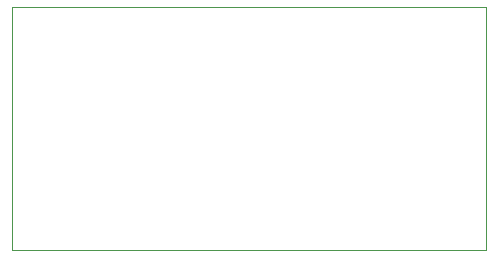
<source format=gbr>
%TF.GenerationSoftware,KiCad,Pcbnew,(6.0.0-0)*%
%TF.CreationDate,2022-07-05T21:41:24-04:00*%
%TF.ProjectId,IO-VGA-DAC,494f2d56-4741-42d4-9441-432e6b696361,rev?*%
%TF.SameCoordinates,Original*%
%TF.FileFunction,Profile,NP*%
%FSLAX46Y46*%
G04 Gerber Fmt 4.6, Leading zero omitted, Abs format (unit mm)*
G04 Created by KiCad (PCBNEW (6.0.0-0)) date 2022-07-05 21:41:24*
%MOMM*%
%LPD*%
G01*
G04 APERTURE LIST*
%TA.AperFunction,Profile*%
%ADD10C,0.050000*%
%TD*%
G04 APERTURE END LIST*
D10*
X142748000Y-113538000D02*
X182880000Y-113538000D01*
X182880000Y-113538000D02*
X182880000Y-134112000D01*
X182880000Y-134112000D02*
X142748000Y-134112000D01*
X142748000Y-134112000D02*
X142748000Y-113538000D01*
M02*

</source>
